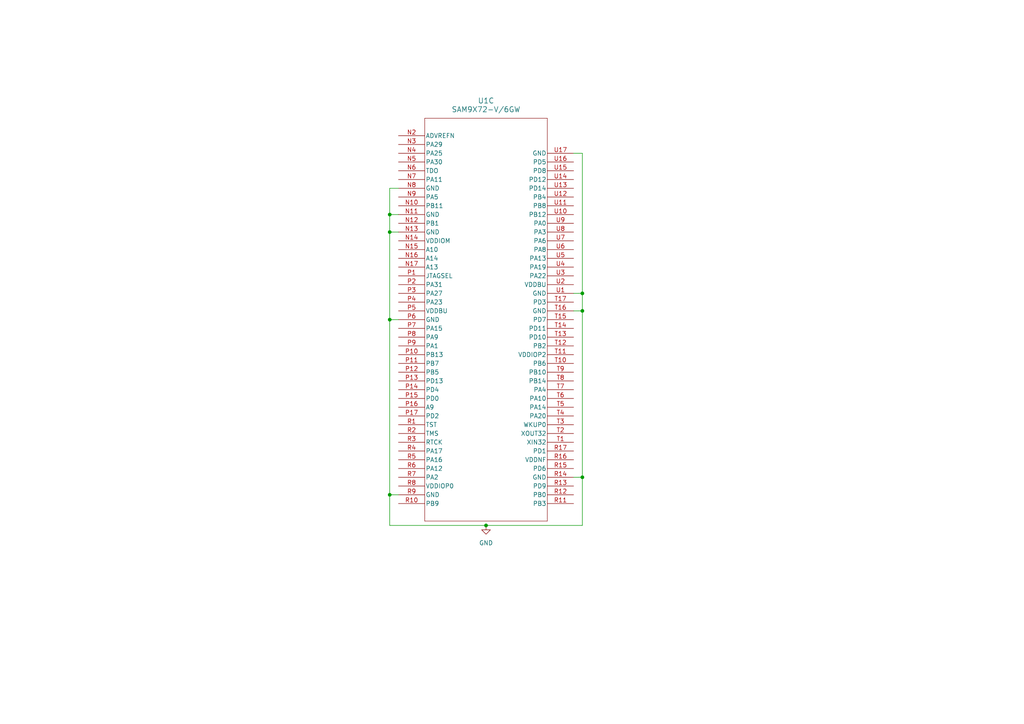
<source format=kicad_sch>
(kicad_sch (version 20250114) (generator "eeschema") (generator_version "9.0")
  (paper "A4")
  (title_block (title "Budget MPU") (rev "A"))
  (lib_symbols
    (symbol "SAM9X72:SAM9X72-V_6GW" (pin_names (offset 0.254))
      (property "Reference" "U" (at 30.48 10.16 0))
      (property "Value" "SAM9X72-V/6GW" (at 30.48 7.62 0))
      (symbol "SAM9X72-V_6GW_1_1"
        (polyline (pts (xy 7.62 5.08) (xy 7.62 -111.76)) (stroke (width 0.127)))
        (polyline (pts (xy 7.62 -111.76) (xy 53.34 -111.76)) (stroke (width 0.127)))
        (polyline (pts (xy 53.34 5.08) (xy 7.62 5.08)) (stroke (width 0.127)))
        (polyline (pts (xy 53.34 -111.76) (xy 53.34 5.08)) (stroke (width 0.127)))
        (pin power_out line (at 0 0 0) (length 7.62) (name "GND") (number "A1"))
        (pin bidirectional line (at 0 -2.54 0) (length 7.62) (name "PC8") (number "A2"))
        (pin bidirectional line (at 0 -5.08 0) (length 7.62) (name "PC14") (number "A3"))
        (pin bidirectional line (at 0 -7.62 0) (length 7.62) (name "PC18") (number "A4"))
        (pin bidirectional line (at 0 -10.16 0) (length 7.62) (name "PC20") (number "A5"))
        (pin bidirectional line (at 0 -12.7 0) (length 7.62) (name "PC26") (number "A6"))
        (pin bidirectional line (at 0 -15.24 0) (length 7.62) (name "PC2") (number "A7"))
        (pin bidirectional line (at 0 -17.78 0) (length 7.62) (name "PC4") (number "A8"))
        (pin bidirectional line (at 0 -20.32 0) (length 7.62) (name "PC6") (number "A9"))
        (pin bidirectional line (at 0 -22.86 0) (length 7.62) (name "PC10") (number "A10"))
        (pin bidirectional line (at 0 -25.4 0) (length 7.62) (name "PC12") (number "A11"))
        (pin bidirectional line (at 0 -27.94 0) (length 7.62) (name "PB19") (number "A12"))
        (pin bidirectional line (at 0 -30.48 0) (length 7.62) (name "PB25") (number "A13"))
        (pin bidirectional line (at 0 -33.02 0) (length 7.62) (name "D15") (number "A14"))
        (pin bidirectional line (at 0 -35.56 0) (length 7.62) (name "NDQS1") (number "A15"))
        (pin bidirectional line (at 0 -38.1 0) (length 7.62) (name "DQS1") (number "A16"))
        (pin power_out line (at 0 -40.64 0) (length 7.62) (name "GND") (number "A17"))
        (pin bidirectional line (at 0 -43.18 0) (length 7.62) (name "MIPI_DN0") (number "B1"))
        (pin bidirectional line (at 0 -45.72 0) (length 7.62) (name "MIPI_DP0") (number "B2"))
        (pin bidirectional line (at 0 -48.26 0) (length 7.62) (name "PC0") (number "B3"))
        (pin bidirectional line (at 0 -50.8 0) (length 7.62) (name "PC17") (number "B4"))
        (pin bidirectional line (at 0 -53.34 0) (length 7.62) (name "PC23") (number "B5"))
        (pin bidirectional line (at 0 -55.88 0) (length 7.62) (name "PC28") (number "B6"))
        (pin bidirectional line (at 0 -58.42 0) (length 7.62) (name "PC3") (number "B7"))
        (pin bidirectional line (at 0 -60.96 0) (length 7.62) (name "PC5") (number "B8"))
        (pin bidirectional line (at 0 -63.5 0) (length 7.62) (name "PC7") (number "B9"))
        (pin bidirectional line (at 0 -66.04 0) (length 7.62) (name "PC11") (number "B10"))
        (pin bidirectional line (at 0 -68.58 0) (length 7.62) (name "PC13") (number "B11"))
        (pin bidirectional line (at 0 -71.12 0) (length 7.62) (name "PB21") (number "B12"))
        (pin bidirectional line (at 0 -73.66 0) (length 7.62) (name "PB23") (number "B13"))
        (pin bidirectional line (at 0 -76.2 0) (length 7.62) (name "D14") (number "B14"))
        (pin bidirectional line (at 0 -78.74 0) (length 7.62) (name "D12") (number "B15"))
        (pin bidirectional line (at 0 -81.28 0) (length 7.62) (name "D11") (number "B16"))
        (pin output line (at 0 -83.82 0) (length 7.62) (name "DQM1") (number "B17"))
        (pin bidirectional line (at 0 -86.36 0) (length 7.62) (name "MIPI_DN1") (number "C1"))
        (pin bidirectional line (at 0 -88.9 0) (length 7.62) (name "MIPI_DP1") (number "C2"))
        (pin bidirectional line (at 0 -91.44 0) (length 7.62) (name "PC1") (number "C3"))
        (pin bidirectional line (at 0 -93.98 0) (length 7.62) (name "PC16") (number "C4"))
        (pin bidirectional line (at 0 -96.52 0) (length 7.62) (name "PC22") (number "C5"))
        (pin bidirectional line (at 0 -99.06 0) (length 7.62) (name "PC24") (number "C6"))
        (pin bidirectional line (at 0 -101.6 0) (length 7.62) (name "PC30") (number "C7"))
        (pin power_in line (at 0 -104.14 0) (length 7.62) (name "VDDOUT25") (number "C8"))
        (pin bidirectional line (at 0 -106.68 0) (length 7.62) (name "PB15") (number "C9"))
        (pin bidirectional line (at 60.96 0 180) (length 7.62) (name "MIPI_DN3") (number "F1"))
        (pin output line (at 60.96 -2.54 180) (length 7.62) (name "DQM0") (number "E17"))
        (pin bidirectional line (at 60.96 -5.08 180) (length 7.62) (name "D2") (number "E16"))
        (pin bidirectional line (at 60.96 -7.62 180) (length 7.62) (name "D0") (number "E15"))
        (pin bidirectional line (at 60.96 -10.16 180) (length 7.62) (name "D5") (number "E14"))
        (pin power_out line (at 60.96 -12.7 180) (length 7.62) (name "GND") (number "E13"))
        (pin bidirectional line (at 60.96 -15.24 180) (length 7.62) (name "PB22") (number "E12"))
        (pin bidirectional line (at 60.96 -17.78 180) (length 7.62) (name "PB16") (number "E11"))
        (pin power_out line (at 60.96 -20.32 180) (length 7.62) (name "GND") (number "E10"))
        (pin power_in line (at 60.96 -22.86 180) (length 7.62) (name "VDDLVDS") (number "E9"))
        (pin power_out line (at 60.96 -25.4 180) (length 7.62) (name "GND") (number "E8"))
        (pin bidirectional line (at 60.96 -27.94 180) (length 7.62) (name "PC25") (number "E7"))
        (pin bidirectional line (at 60.96 -30.48 180) (length 7.62) (name "PC19") (number "E6"))
        (pin power_in line (at 60.96 -33.02 180) (length 7.62) (name "VDDCORE") (number "E5"))
        (pin power_out line (at 60.96 -35.56 180) (length 7.62) (name "GND") (number "E4"))
        (pin power_out line (at 60.96 -38.1 180) (length 7.62) (name "GND") (number "E3"))
        (pin bidirectional line (at 60.96 -40.64 180) (length 7.62) (name "MIPI_DP2") (number "E2"))
        (pin bidirectional line (at 60.96 -43.18 180) (length 7.62) (name "MIPI_DN2") (number "E1"))
        (pin bidirectional line (at 60.96 -45.72 180) (length 7.62) (name "D7") (number "D17"))
        (pin bidirectional line (at 60.96 -48.26 180) (length 7.62) (name "D6") (number "D16"))
        (pin bidirectional line (at 60.96 -50.8 180) (length 7.62) (name "D3") (number "D15"))
        (pin bidirectional line (at 60.96 -53.34 180) (length 7.62) (name "D10") (number "D14"))
        (pin power_out line (at 60.96 -55.88 180) (length 7.62) (name "GND") (number "D13"))
        (pin bidirectional line (at 60.96 -58.42 180) (length 7.62) (name "PB24") (number "D12"))
        (pin bidirectional line (at 60.96 -60.96 180) (length 7.62) (name "PB20") (number "D11"))
        (pin power_out line (at 60.96 -63.5 180) (length 7.62) (name "GND") (number "D10"))
        (pin bidirectional line (at 60.96 -66.04 180) (length 7.62) (name "PC31") (number "D9"))
        (pin power_in line (at 60.96 -68.58 180) (length 7.62) (name "VDDIOP1") (number "D8"))
        (pin bidirectional line (at 60.96 -71.12 180) (length 7.62) (name "PC21") (number "D7"))
        (pin power_in line (at 60.96 -73.66 180) (length 7.62) (name "VDDCORE") (number "D6"))
        (pin bidirectional line (at 60.96 -76.2 180) (length 7.62) (name "PC15") (number "D5"))
        (pin power_in line (at 60.96 -78.74 180) (length 7.62) (name "VDDMIPI") (number "D4"))
        (pin bidirectional line (at 60.96 -81.28 180) (length 7.62) (name "PC9") (number "D3"))
        (pin output line (at 60.96 -83.82 180) (length 7.62) (name "MIPI_CLKP") (number "D2"))
        (pin output line (at 60.96 -86.36 180) (length 7.62) (name "MIPI_CLKN") (number "D1"))
        (pin bidirectional line (at 60.96 -88.9 180) (length 7.62) (name "D4") (number "C17"))
        (pin bidirectional line (at 60.96 -91.44 180) (length 7.62) (name "D9") (number "C16"))
        (pin bidirectional line (at 60.96 -93.98 180) (length 7.62) (name "D8") (number "C15"))
        (pin bidirectional line (at 60.96 -96.52 180) (length 7.62) (name "D13") (number "C14"))
        (pin bidirectional line (at 60.96 -99.06 180) (length 7.62) (name "PB26") (number "C13"))
        (pin power_in line (at 60.96 -101.6 180) (length 7.62) (name "VDDQSPI") (number "C12"))
        (pin bidirectional line (at 60.96 -104.14 180) (length 7.62) (name "PB18") (number "C11"))
        (pin bidirectional line (at 60.96 -106.68 180) (length 7.62) (name "PB17") (number "C10"))
      )
      (symbol "SAM9X72-V_6GW_2_1"
        (polyline (pts (xy 7.62 5.08) (xy 7.62 -111.76)) (stroke (width 0.127)))
        (polyline (pts (xy 7.62 -111.76) (xy 53.34 -111.76)) (stroke (width 0.127)))
        (polyline (pts (xy 53.34 5.08) (xy 7.62 5.08)) (stroke (width 0.127)))
        (polyline (pts (xy 53.34 -111.76) (xy 53.34 5.08)) (stroke (width 0.127)))
        (pin bidirectional line (at 0 0 0) (length 7.62) (name "MIPI_DP3") (number "F2"))
        (pin power_out line (at 0 -2.54 0) (length 7.62) (name "GND") (number "F3"))
        (pin unspecified line (at 0 -5.08 0) (length 7.62) (name "MIPI_REXT") (number "F4"))
        (pin power_in line (at 0 -7.62 0) (length 7.62) (name "VDDCORE") (number "F5"))
        (pin power_in line (at 0 -10.16 0) (length 7.62) (name "VDDCORE") (number "F13"))
        (pin power_in line (at 0 -12.7 0) (length 7.62) (name "VDDCORE") (number "F14"))
        (pin output line (at 0 -15.24 0) (length 7.62) (name "A18") (number "F15"))
        (pin bidirectional line (at 0 -17.78 0) (length 7.62) (name "D1") (number "F16"))
        (pin bidirectional line (at 0 -20.32 0) (length 7.62) (name "NDQS0") (number "F17"))
        (pin power_out line (at 0 -22.86 0) (length 7.62) (name "GND") (number "G1"))
        (pin power_out line (at 0 -25.4 0) (length 7.62) (name "GND") (number "G2"))
        (pin input line (at 0 -27.94 0) (length 7.62) (name "XIN") (number "G3"))
        (pin output line (at 0 -30.48 0) (length 7.62) (name "XOUT") (number "G4"))
        (pin power_in line (at 0 -33.02 0) (length 7.62) (name "VDDIN33") (number "G5"))
        (pin bidirectional line (at 0 -35.56 0) (length 7.62) (name "PC27") (number "G7"))
        (pin bidirectional line (at 0 -38.1 0) (length 7.62) (name "PC29") (number "G8"))
        (pin power_out line (at 0 -40.64 0) (length 7.62) (name "GND") (number "G9"))
        (pin power_out line (at 0 -43.18 0) (length 7.62) (name "GND") (number "G10"))
        (pin power_out line (at 0 -45.72 0) (length 7.62) (name "GND") (number "G11"))
        (pin power_out line (at 0 -48.26 0) (length 7.62) (name "GND") (number "G13"))
        (pin power_in line (at 0 -50.8 0) (length 7.62) (name "VDDIOM") (number "G14"))
        (pin output line (at 0 -53.34 0) (length 7.62) (name "A16") (number "G15"))
        (pin output line (at 0 -55.88 0) (length 7.62) (name "A17") (number "G16"))
        (pin bidirectional line (at 0 -58.42 0) (length 7.62) (name "DQS0") (number "G17"))
        (pin bidirectional line (at 0 -60.96 0) (length 7.62) (name "HHSDMA") (number "H1"))
        (pin bidirectional line (at 0 -63.5 0) (length 7.62) (name "HHSDPA") (number "H2"))
        (pin power_out line (at 0 -66.04 0) (length 7.62) (name "GND") (number "H3"))
        (pin power_out line (at 0 -68.58 0) (length 7.62) (name "GND") (number "H4"))
        (pin power_out line (at 0 -71.12 0) (length 7.62) (name "GND") (number "H5"))
        (pin unspecified line (at 0 -73.66 0) (length 7.62) (name "SHDN") (number "H7"))
        (pin power_out line (at 0 -76.2 0) (length 7.62) (name "GND") (number "H11"))
        (pin power_out line (at 0 -78.74 0) (length 7.62) (name "GND") (number "H13"))
        (pin output line (at 0 -81.28 0) (length 7.62) (name "RESETN") (number "H14"))
        (pin output line (at 0 -83.82 0) (length 7.62) (name "A15") (number "H15"))
        (pin output line (at 0 -86.36 0) (length 7.62) (name "A8") (number "H16"))
        (pin unspecified line (at 0 -88.9 0) (length 7.62) (name "SDCKE") (number "H17"))
        (pin bidirectional line (at 0 -91.44 0) (length 7.62) (name "HHSDMB") (number "J1"))
        (pin bidirectional line (at 0 -93.98 0) (length 7.62) (name "HHSDPB") (number "J2"))
        (pin power_out line (at 0 -96.52 0) (length 7.62) (name "GND") (number "J3"))
        (pin power_in line (at 0 -99.06 0) (length 7.62) (name "VDDOUT25") (number "J4"))
        (pin bidirectional line (at 0 -101.6 0) (length 7.62) (name "PA24") (number "J5"))
        (pin input line (at 0 -104.14 0) (length 7.62) (name "TDI") (number "J7"))
        (pin power_in line (at 0 -106.68 0) (length 7.62) (name "VDDIOM") (number "J11"))
        (pin power_in line (at 60.96 0 180) (length 7.62) (name "ADVREFP") (number "N1"))
        (pin unspecified line (at 60.96 -2.54 180) (length 7.62) (name "SDCKN") (number "M17"))
        (pin output line (at 60.96 -5.08 180) (length 7.62) (name "A4") (number "M16"))
        (pin output line (at 60.96 -7.62 180) (length 7.62) (name "A11") (number "M15"))
        (pin input line (at 60.96 -10.16 180) (length 7.62) (name "DDR_CAL") (number "M14"))
        (pin power_out line (at 60.96 -12.7 180) (length 7.62) (name "GND") (number "M13"))
        (pin input line (at 60.96 -15.24 180) (length 7.62) (name "NRST") (number "M5"))
        (pin bidirectional line (at 60.96 -17.78 180) (length 7.62) (name "PA28") (number "M4"))
        (pin power_out line (at 60.96 -20.32 180) (length 7.62) (name "GNDANA") (number "M3"))
        (pin unspecified line (at 60.96 -22.86 180) (length 7.62) (name "HHSRTUNE") (number "M2"))
        (pin power_in line (at 60.96 -25.4 180) (length 7.62) (name "VDDANA") (number "M1"))
        (pin unspecified line (at 60.96 -27.94 180) (length 7.62) (name "SDCK") (number "L17"))
        (pin output line (at 60.96 -30.48 180) (length 7.62) (name "A6") (number "L16"))
        (pin output line (at 60.96 -33.02 180) (length 7.62) (name "A3") (number "L15"))
        (pin power_out line (at 60.96 -35.56 180) (length 7.62) (name "GND") (number "L14"))
        (pin unspecified line (at 60.96 -38.1 180) (length 7.62) (name "SDA10") (number "L13"))
        (pin power_in line (at 60.96 -40.64 180) (length 7.62) (name "VDDCORE") (number "L11"))
        (pin power_in line (at 60.96 -43.18 180) (length 7.62) (name "VDDCORE") (number "L10"))
        (pin power_out line (at 60.96 -45.72 180) (length 7.62) (name "GND") (number "L9"))
        (pin bidirectional line (at 60.96 -48.26 180) (length 7.62) (name "PA7") (number "L8"))
        (pin input line (at 60.96 -50.8 180) (length 7.62) (name "TCK") (number "L7"))
        (pin bidirectional line (at 60.96 -53.34 180) (length 7.62) (name "PA21") (number "L5"))
        (pin output line (at 60.96 -55.88 180) (length 7.62) (name "AUDIOCLK") (number "L4"))
        (pin power_out line (at 60.96 -58.42 180) (length 7.62) (name "GND") (number "L3"))
        (pin power_in line (at 60.96 -60.96 180) (length 7.62) (name "VDDANA") (number "L2"))
        (pin power_out line (at 60.96 -63.5 180) (length 7.62) (name "GND") (number "L1"))
        (pin unspecified line (at 60.96 -66.04 180) (length 7.62) (name "DDR_VREF") (number "K17"))
        (pin output line (at 60.96 -68.58 180) (length 7.62) (name "A2") (number "K16"))
        (pin output line (at 60.96 -71.12 180) (length 7.62) (name "A5") (number "K15"))
        (pin power_in line (at 60.96 -73.66 180) (length 7.62) (name "VDDIOM") (number "K14"))
        (pin power_out line (at 60.96 -76.2 180) (length 7.62) (name "GND") (number "K13"))
        (pin power_in line (at 60.96 -78.74 180) (length 7.62) (name "VDDIOM") (number "K11"))
        (pin bidirectional line (at 60.96 -81.28 180) (length 7.62) (name "PA18") (number "K7"))
        (pin bidirectional line (at 60.96 -83.82 180) (length 7.62) (name "PA26") (number "K5"))
        (pin power_in line (at 60.96 -86.36 180) (length 7.62) (name "VDDANA") (number "K4"))
        (pin power_in line (at 60.96 -88.9 180) (length 7.62) (name "VDDIN33") (number "K3"))
        (pin bidirectional line (at 60.96 -91.44 180) (length 7.62) (name "HHSDPC") (number "K2"))
        (pin bidirectional line (at 60.96 -93.98 180) (length 7.62) (name "HHSDMC") (number "K1"))
        (pin passive line (at 60.96 -96.52 180) (length 7.62) (name "NCS1") (number "J17"))
        (pin unspecified line (at 60.96 -99.06 180) (length 7.62) (name "CAS") (number "J16"))
        (pin output line (at 60.96 -101.6 180) (length 7.62) (name "A7") (number "J15"))
        (pin passive line (at 60.96 -104.14 180) (length 7.62) (name "RAS") (number "J14"))
        (pin unspecified line (at 60.96 -106.68 180) (length 7.62) (name "SDWE") (number "J13"))
      )
      (symbol "SAM9X72-V_6GW_3_1"
        (polyline (pts (xy 7.62 5.08) (xy 7.62 -111.76)) (stroke (width 0.127)))
        (polyline (pts (xy 7.62 -111.76) (xy 43.18 -111.76)) (stroke (width 0.127)))
        (polyline (pts (xy 43.18 5.08) (xy 7.62 5.08)) (stroke (width 0.127)))
        (polyline (pts (xy 43.18 -111.76) (xy 43.18 5.08)) (stroke (width 0.127)))
        (pin power_in line (at 0 0 0) (length 7.62) (name "ADVREFN") (number "N2"))
        (pin bidirectional line (at 0 -2.54 0) (length 7.62) (name "PA29") (number "N3"))
        (pin bidirectional line (at 0 -5.08 0) (length 7.62) (name "PA25") (number "N4"))
        (pin bidirectional line (at 0 -7.62 0) (length 7.62) (name "PA30") (number "N5"))
        (pin output line (at 0 -10.16 0) (length 7.62) (name "TDO") (number "N6"))
        (pin bidirectional line (at 0 -12.7 0) (length 7.62) (name "PA11") (number "N7"))
        (pin power_out line (at 0 -15.24 0) (length 7.62) (name "GND") (number "N8"))
        (pin bidirectional line (at 0 -17.78 0) (length 7.62) (name "PA5") (number "N9"))
        (pin bidirectional line (at 0 -20.32 0) (length 7.62) (name "PB11") (number "N10"))
        (pin power_out line (at 0 -22.86 0) (length 7.62) (name "GND") (number "N11"))
        (pin bidirectional line (at 0 -25.4 0) (length 7.62) (name "PB1") (number "N12"))
        (pin power_out line (at 0 -27.94 0) (length 7.62) (name "GND") (number "N13"))
        (pin power_in line (at 0 -30.48 0) (length 7.62) (name "VDDIOM") (number "N14"))
        (pin output line (at 0 -33.02 0) (length 7.62) (name "A10") (number "N15"))
        (pin output line (at 0 -35.56 0) (length 7.62) (name "A14") (number "N16"))
        (pin output line (at 0 -38.1 0) (length 7.62) (name "A13") (number "N17"))
        (pin input line (at 0 -40.64 0) (length 7.62) (name "JTAGSEL") (number "P1"))
        (pin bidirectional line (at 0 -43.18 0) (length 7.62) (name "PA31") (number "P2"))
        (pin bidirectional line (at 0 -45.72 0) (length 7.62) (name "PA27") (number "P3"))
        (pin bidirectional line (at 0 -48.26 0) (length 7.62) (name "PA23") (number "P4"))
        (pin power_in line (at 0 -50.8 0) (length 7.62) (name "VDDBU") (number "P5"))
        (pin power_out line (at 0 -53.34 0) (length 7.62) (name "GND") (number "P6"))
        (pin bidirectional line (at 0 -55.88 0) (length 7.62) (name "PA15") (number "P7"))
        (pin bidirectional line (at 0 -58.42 0) (length 7.62) (name "PA9") (number "P8"))
        (pin bidirectional line (at 0 -60.96 0) (length 7.62) (name "PA1") (number "P9"))
        (pin bidirectional line (at 0 -63.5 0) (length 7.62) (name "PB13") (number "P10"))
        (pin bidirectional line (at 0 -66.04 0) (length 7.62) (name "PB7") (number "P11"))
        (pin bidirectional line (at 0 -68.58 0) (length 7.62) (name "PB5") (number "P12"))
        (pin bidirectional line (at 0 -71.12 0) (length 7.62) (name "PD13") (number "P13"))
        (pin bidirectional line (at 0 -73.66 0) (length 7.62) (name "PD4") (number "P14"))
        (pin bidirectional line (at 0 -76.2 0) (length 7.62) (name "PD0") (number "P15"))
        (pin output line (at 0 -78.74 0) (length 7.62) (name "A9") (number "P16"))
        (pin bidirectional line (at 0 -81.28 0) (length 7.62) (name "PD2") (number "P17"))
        (pin unspecified line (at 0 -83.82 0) (length 7.62) (name "TST") (number "R1"))
        (pin input line (at 0 -86.36 0) (length 7.62) (name "TMS") (number "R2"))
        (pin unspecified line (at 0 -88.9 0) (length 7.62) (name "RTCK") (number "R3"))
        (pin bidirectional line (at 0 -91.44 0) (length 7.62) (name "PA17") (number "R4"))
        (pin bidirectional line (at 0 -93.98 0) (length 7.62) (name "PA16") (number "R5"))
        (pin bidirectional line (at 0 -96.52 0) (length 7.62) (name "PA12") (number "R6"))
        (pin bidirectional line (at 0 -99.06 0) (length 7.62) (name "PA2") (number "R7"))
        (pin power_in line (at 0 -101.6 0) (length 7.62) (name "VDDIOP0") (number "R8"))
        (pin power_out line (at 0 -104.14 0) (length 7.62) (name "GND") (number "R9"))
        (pin bidirectional line (at 0 -106.68 0) (length 7.62) (name "PB9") (number "R10"))
        (pin power_out line (at 50.8 -5.08 180) (length 7.62) (name "GND") (number "U17"))
        (pin bidirectional line (at 50.8 -7.62 180) (length 7.62) (name "PD5") (number "U16"))
        (pin bidirectional line (at 50.8 -10.16 180) (length 7.62) (name "PD8") (number "U15"))
        (pin bidirectional line (at 50.8 -12.7 180) (length 7.62) (name "PD12") (number "U14"))
        (pin bidirectional line (at 50.8 -15.24 180) (length 7.62) (name "PD14") (number "U13"))
        (pin bidirectional line (at 50.8 -17.78 180) (length 7.62) (name "PB4") (number "U12"))
        (pin bidirectional line (at 50.8 -20.32 180) (length 7.62) (name "PB8") (number "U11"))
        (pin bidirectional line (at 50.8 -22.86 180) (length 7.62) (name "PB12") (number "U10"))
        (pin bidirectional line (at 50.8 -25.4 180) (length 7.62) (name "PA0") (number "U9"))
        (pin bidirectional line (at 50.8 -27.94 180) (length 7.62) (name "PA3") (number "U8"))
        (pin bidirectional line (at 50.8 -30.48 180) (length 7.62) (name "PA6") (number "U7"))
        (pin bidirectional line (at 50.8 -33.02 180) (length 7.62) (name "PA8") (number "U6"))
        (pin bidirectional line (at 50.8 -35.56 180) (length 7.62) (name "PA13") (number "U5"))
        (pin bidirectional line (at 50.8 -38.1 180) (length 7.62) (name "PA19") (number "U4"))
        (pin bidirectional line (at 50.8 -40.64 180) (length 7.62) (name "PA22") (number "U3"))
        (pin power_in line (at 50.8 -43.18 180) (length 7.62) (name "VDDBU") (number "U2"))
        (pin power_out line (at 50.8 -45.72 180) (length 7.62) (name "GND") (number "U1"))
        (pin bidirectional line (at 50.8 -48.26 180) (length 7.62) (name "PD3") (number "T17"))
        (pin power_out line (at 50.8 -50.8 180) (length 7.62) (name "GND") (number "T16"))
        (pin bidirectional line (at 50.8 -53.34 180) (length 7.62) (name "PD7") (number "T15"))
        (pin bidirectional line (at 50.8 -55.88 180) (length 7.62) (name "PD11") (number "T14"))
        (pin bidirectional line (at 50.8 -58.42 180) (length 7.62) (name "PD10") (number "T13"))
        (pin bidirectional line (at 50.8 -60.96 180) (length 7.62) (name "PB2") (number "T12"))
        (pin power_in line (at 50.8 -63.5 180) (length 7.62) (name "VDDIOP2") (number "T11"))
        (pin bidirectional line (at 50.8 -66.04 180) (length 7.62) (name "PB6") (number "T10"))
        (pin bidirectional line (at 50.8 -68.58 180) (length 7.62) (name "PB10") (number "T9"))
        (pin bidirectional line (at 50.8 -71.12 180) (length 7.62) (name "PB14") (number "T8"))
        (pin bidirectional line (at 50.8 -73.66 180) (length 7.62) (name "PA4") (number "T7"))
        (pin bidirectional line (at 50.8 -76.2 180) (length 7.62) (name "PA10") (number "T6"))
        (pin bidirectional line (at 50.8 -78.74 180) (length 7.62) (name "PA14") (number "T5"))
        (pin bidirectional line (at 50.8 -81.28 180) (length 7.62) (name "PA20") (number "T4"))
        (pin input line (at 50.8 -83.82 180) (length 7.62) (name "WKUP0") (number "T3"))
        (pin output line (at 50.8 -86.36 180) (length 7.62) (name "XOUT32") (number "T2"))
        (pin input line (at 50.8 -88.9 180) (length 7.62) (name "XIN32") (number "T1"))
        (pin bidirectional line (at 50.8 -91.44 180) (length 7.62) (name "PD1") (number "R17"))
        (pin power_in line (at 50.8 -93.98 180) (length 7.62) (name "VDDNF") (number "R16"))
        (pin bidirectional line (at 50.8 -96.52 180) (length 7.62) (name "PD6") (number "R15"))
        (pin power_out line (at 50.8 -99.06 180) (length 7.62) (name "GND") (number "R14"))
        (pin bidirectional line (at 50.8 -101.6 180) (length 7.62) (name "PD9") (number "R13"))
        (pin bidirectional line (at 50.8 -104.14 180) (length 7.62) (name "PB0") (number "R12"))
        (pin bidirectional line (at 50.8 -106.68 180) (length 7.62) (name "PB3") (number "R11"))
      )
    )
    (symbol "power:GND" (power) (pin_numbers (hide yes)) (pin_names (offset 0) (hide yes))
      (property "Value" "GND" (at 0 -3.81 0))
      (symbol "GND_0_1"
        (polyline (pts (xy 0 0) (xy 0 -1.27) (xy 1.27 -1.27) (xy 0 -2.54) (xy -1.27 -1.27) (xy 0 -1.27)))
      )
      (symbol "GND_1_1"
        (pin power_in line (at 0 0 270) (length 0) (name "~") (number "1"))
      )
    )
  )
  (junction (at 168.91 138.43))
  (junction (at 168.91 85.09))
  (junction (at 113.03 62.23))
  (junction (at 113.03 67.31))
  (junction (at 168.91 90.17))
  (junction (at 140.97 152.4))
  (junction (at 113.03 92.71))
  (junction (at 113.03 143.51))
  (wire (pts (xy 140.97 152.4) (xy 168.91 152.4)))
  (wire (pts (xy 168.91 44.45) (xy 168.91 85.09)))
  (wire (pts (xy 166.37 44.45) (xy 168.91 44.45)))
  (wire (pts (xy 113.03 67.31) (xy 113.03 92.71)))
  (wire (pts (xy 113.03 92.71) (xy 115.57 92.71)))
  (wire (pts (xy 115.57 143.51) (xy 113.03 143.51)))
  (wire (pts (xy 113.03 67.31) (xy 115.57 67.31)))
  (wire (pts (xy 166.37 90.17) (xy 168.91 90.17)))
  (wire (pts (xy 113.03 92.71) (xy 113.03 143.51)))
  (wire (pts (xy 113.03 62.23) (xy 115.57 62.23)))
  (wire (pts (xy 166.37 138.43) (xy 168.91 138.43)))
  (wire (pts (xy 168.91 90.17) (xy 168.91 138.43)))
  (wire (pts (xy 168.91 138.43) (xy 168.91 152.4)))
  (wire (pts (xy 113.03 54.61) (xy 113.03 62.23)))
  (wire (pts (xy 168.91 85.09) (xy 168.91 90.17)))
  (wire (pts (xy 113.03 62.23) (xy 113.03 67.31)))
  (wire (pts (xy 166.37 85.09) (xy 168.91 85.09)))
  (wire (pts (xy 115.57 54.61) (xy 113.03 54.61)))
  (wire (pts (xy 113.03 143.51) (xy 113.03 152.4)))
  (wire (pts (xy 140.97 152.4) (xy 113.03 152.4)))
  (symbol (lib_id "power:GND") (at 140.97 152.4 0) (unit 1)
    (property "Reference" "#PWR03" (effects (hide yes)))
    (property "Value" "GND" (at 140.97 157.48 0))
    (property "Description" "Power symbol creates a global label with name \"GND\" , ground" (effects (hide yes)))
  )
  (symbol (lib_id "SAM9X72:SAM9X72-V_6GW") (at 115.57 39.37 0) (unit 3)
    (property "Reference" "U1" (at 140.97 29.21 0) (effects (font (size 1.524 1.524))))
    (property "Value" "SAM9X72-V/6GW" (at 140.97 31.75 0) (effects (font (size 1.524 1.524))))
    (property "Footprint" "TFBGA256_6GW_MCH" (effects (hide yes)))
    (property "Datasheet" "SAM9X72-V/6GW" (effects (hide yes)))
  )
)
</source>
